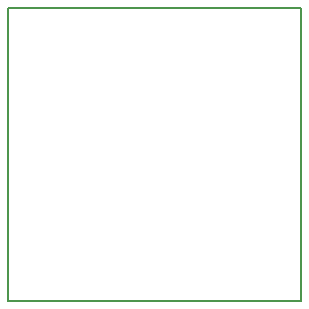
<source format=gm1>
G04 #@! TF.FileFunction,Profile,NP*
%FSLAX46Y46*%
G04 Gerber Fmt 4.6, Leading zero omitted, Abs format (unit mm)*
G04 Created by KiCad (PCBNEW 4.0.1-stable) date 2016 January 17, Sunday 11:36:18*
%MOMM*%
G01*
G04 APERTURE LIST*
%ADD10C,0.100000*%
%ADD11C,0.150000*%
G04 APERTURE END LIST*
D10*
D11*
X154940000Y-130175000D02*
X154940000Y-105410000D01*
X130175000Y-130175000D02*
X154940000Y-130175000D01*
X130175000Y-105410000D02*
X130175000Y-130175000D01*
X154940000Y-105410000D02*
X130175000Y-105410000D01*
M02*

</source>
